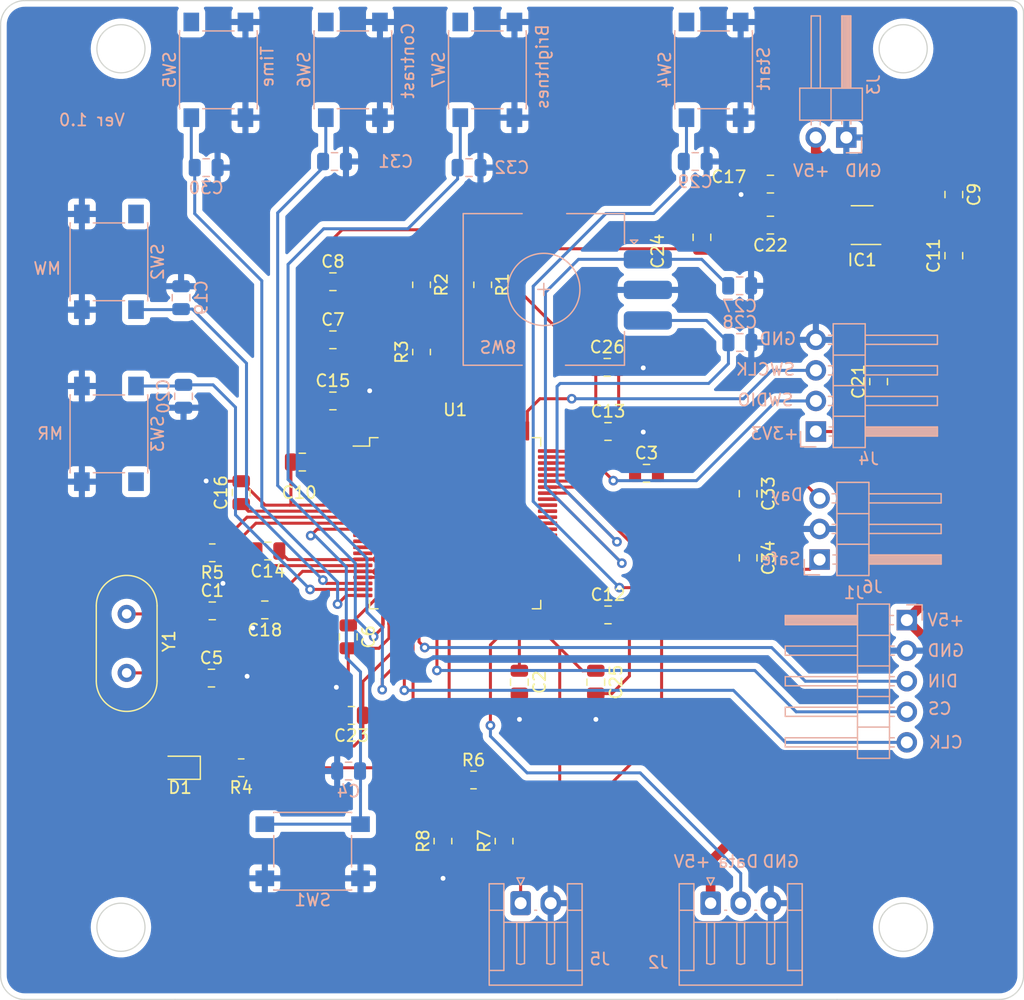
<source format=kicad_pcb>
(kicad_pcb (version 20211014) (generator pcbnew)
  (layers (0 "F.Cu" signal) (31 "B.Cu" signal) (34 "B.Paste" user) (35 "F.Paste" user) (36 "B.SilkS" user "B.Silkscreen") (37 "F.SilkS" user "F.Silkscreen") (38 "B.Mask" user) (39 "F.Mask" user) (44 "Edge.Cuts" user))
  (net 0 "")
  (net 1 "Net-(C1-Pad1)")
  (net 2 "GND")
  (net 3 "Net-(C2-Pad1)")
  (net 4 "Net-(C3-Pad1)")
  (net 5 "Net-(C4-Pad2)")
  (net 6 "Net-(C5-Pad1)")
  (net 7 "+3V3")
  (net 8 "+5V")
  (net 9 "/But_Rot_Left")
  (net 10 "/But_Rot_Right")
  (net 11 "/But_Start")
  (net 12 "/But_BRI")
  (net 13 "/But_CON")
  (net 14 "/But_TIM")
  (net 15 "/Switch_Daylight")
  (net 16 "/Switch_SafeLight")
  (net 17 "Net-(D1-Pad1)")
  (net 18 "/SWDIO")
  (net 19 "/SWDCLK")
  (net 20 "/Screen_DIN")
  (net 21 "/Screen_CS")
  (net 22 "/Screen_CLK")
  (net 23 "/LED_data")
  (net 24 "Net-(R1-Pad2)")
  (net 25 "Net-(R3-Pad1)")
  (net 26 "Net-(R5-Pad1)")
  (net 27 "/LED_test")
  (net 90 "Net-(C17-Pad1)")
  (net 91 "Net-(R6-Pad1)")
  (net 92 "Net-(R6-Pad2)")
  (net 93 "/But_MW")
  (net 94 "/But_MR")
  (footprint "Capacitor_SMD:C_0805_2012Metric" (layer "F.Cu") (at 143.891 94.869 -90)
    (fp_text reference "C6")
    (fp_text value "100p")
  )
  (footprint "Capacitor_SMD:C_0805_2012Metric" (layer "F.Cu") (at 142.613 65.361)
    (fp_text reference "C8")
    (fp_text value "100n")
  )
  (footprint "Capacitor_SMD:C_0805_2012Metric" (layer "F.Cu") (at 165.473 77.807)
    (fp_text reference "C13")
    (fp_text value "100n")
  )
  (footprint "Capacitor_SMD:C_0805_2012Metric" (layer "F.Cu") (at 132.588 92.71)
    (fp_text reference "C1")
    (fp_text value "18p")
  )
  (footprint "Capacitor_SMD:C_0805_2012Metric" (layer "F.Cu") (at 142.613 75.267)
    (fp_text reference "C15")
    (fp_text value "100n")
  )
  (footprint "Resistor_SMD:R_0805_2012Metric" (layer "F.Cu") (at 149.979 71.203 90)
    (fp_text reference "R3")
    (fp_text value "10k")
  )
  (footprint "Capacitor_SMD:C_0805_2012Metric" (layer "F.Cu") (at 142.613 70.187)
    (fp_text reference "C7")
    (fp_text value "1u")
  )
  (footprint "Capacitor_SMD:C_0805_2012Metric" (layer "F.Cu") (at 140.073 80.347 180)
    (fp_text reference "C10")
    (fp_text value "100n")
  )
  (footprint "Capacitor_SMD:C_0805_2012Metric" (layer "F.Cu") (at 165.473 93.047)
    (fp_text reference "C12")
    (fp_text value "100n")
  )
  (footprint "Capacitor_SMD:C_0805_2012Metric" (layer "F.Cu") (at 178.9684 60.6552 180)
    (fp_text reference "C22")
    (fp_text value "100n")
  )
  (footprint "Resistor_SMD:R_0805_2012Metric" (layer "F.Cu") (at 134.993 105.747 180)
    (fp_text reference "R4")
    (fp_text value "660")
  )
  (footprint "Capacitor_SMD:C_0805_2012Metric" (layer "F.Cu") (at 173.2788 61.6712 90)
    (fp_text reference "C24")
    (fp_text value "1u")
  )
  (footprint "Capacitor_SMD:C_0805_2012Metric" (layer "F.Cu") (at 144.1552 101.3968 180)
    (fp_text reference "C23")
    (fp_text value "100n")
  )
  (footprint "Capacitor_SMD:C_0805_2012Metric" (layer "F.Cu") (at 132.522 98.298)
    (fp_text reference "C5")
    (fp_text value "18p")
  )
  (footprint "Resistor_SMD:R_0805_2012Metric" (layer "F.Cu") (at 132.588 87.884 180)
    (fp_text reference "R5")
    (fp_text value "220")
  )
  (footprint "Capacitor_SMD:C_0805_2012Metric" (layer "F.Cu") (at 164.457 98.635 -90)
    (fp_text reference "C25")
    (fp_text value "100n")
  )
  (footprint "Capacitor_SMD:C_0805_2012Metric" (layer "F.Cu") (at 194.2084 58.1152 -90)
    (fp_text reference "C9")
    (fp_text value "1u")
  )
  (footprint "Capacitor_SMD:C_0805_2012Metric" (layer "F.Cu") (at 134.993 82.887 90)
    (fp_text reference "C16")
    (fp_text value "100f")
  )
  (footprint "Capacitor_SMD:C_0805_2012Metric" (layer "F.Cu") (at 158.107 98.635 -90)
    (fp_text reference "C2")
    (fp_text value "2.2u")
  )
  (footprint "Resistor_SMD:R_0805_2012Metric" (layer "F.Cu") (at 155.059 65.615 -90)
    (fp_text reference "R1")
    (fp_text value "0")
  )
  (footprint "Capacitor_SMD:C_0805_2012Metric" (layer "F.Cu") (at 136.9539 92.6288 180)
    (fp_text reference "C18")
    (fp_text value "100n")
  )
  (footprint "Capacitor_SMD:C_0805_2012Metric" (layer "F.Cu") (at 187.96 73.66 90)
    (fp_text reference "C21")
    (fp_text value "100n")
  )
  (footprint "Package_QFP:LQFP-100_14x14mm_P0.5mm" (layer "F.Cu") (at 152.773 85.427)
    (fp_text reference "U1")
    (fp_text value "STM32F407VETx")
  )
  (footprint "Resistor_SMD:R_0805_2012Metric" (layer "F.Cu") (at 156.837 111.843 90)
    (fp_text reference "R7")
    (fp_text value "0")
  )
  (footprint "Diode_SMD:D_0805_2012Metric" (layer "F.Cu") (at 129.913 105.747 180)
    (fp_text reference "D1")
    (fp_text value "LED")
  )
  (footprint "Capacitor_SMD:C_0805_2012Metric" (layer "F.Cu") (at 177.1172 82.9716 -90)
    (fp_text reference "C33")
    (fp_text value "100n")
  )
  (footprint "Capacitor_SMD:C_0805_2012Metric" (layer "F.Cu") (at 168.6712 81.28)
    (fp_text reference "C3")
    (fp_text value "2.2u")
  )
  (footprint "Crystal:Crystal_HC18-U_Vertical" (layer "F.Cu") (at 125.476 92.964 -90)
    (fp_text reference "Y1")
    (fp_text value "Crystal")
  )
  (footprint "Capacitor_SMD:C_0805_2012Metric" (layer "F.Cu") (at 137.2079 87.7368 180)
    (fp_text reference "C14")
    (fp_text value "1u")
  )
  (footprint "Resistor_SMD:R_0805_2012Metric" (layer "F.Cu") (at 151.757 111.843 90)
    (fp_text reference "R8")
    (fp_text value "0")
  )
  (footprint "Package_TO_SOT_SMD:SOT-23-5_HandSoldering" (layer "F.Cu") (at 186.5884 60.6552 180)
    (fp_text reference "IC1")
    (fp_text value "LD3985")
  )
  (footprint "Capacitor_SMD:C_0805_2012Metric" (layer "F.Cu") (at 165.407 72.473)
    (fp_text reference "C26")
    (fp_text value "10u")
  )
  (footprint "Resistor_SMD:R_0805_2012Metric" (layer "F.Cu") (at 154.297 106.763)
    (fp_text reference "R6")
    (fp_text value "10k")
  )
  (footprint "Capacitor_SMD:C_0805_2012Metric" (layer "F.Cu") (at 194.2084 63.1952 90)
    (fp_text reference "C11")
    (fp_text value "100n")
  )
  (footprint "Resistor_SMD:R_0805_2012Metric" (layer "F.Cu") (at 149.979 65.615 -90)
    (fp_text reference "R2")
    (fp_text value "0")
  )
  (footprint "Capacitor_SMD:C_0805_2012Metric" (layer "F.Cu") (at 178.9684 57.2516 180)
    (fp_text reference "C17")
    (fp_text value "10n")
  )
  (footprint "Capacitor_SMD:C_0805_2012Metric" (layer "F.Cu") (at 177.1172 88.3056 -90)
    (fp_text reference "C34")
    (fp_text value "100n")
  )
  (footprint "Button_Switch_SMD:SW_Push_1P1T_NO_6x6mm_H9.5mm" (layer "B.Cu") (at 174.244 47.752 -90)
    (fp_text reference "SW4")
    (fp_text value "But_Start")
  )
  (footprint "Capacitor_SMD:C_0805_2012Metric" (layer "B.Cu") (at 142.748 55.372)
    (fp_text reference "C31")
    (fp_text value "100n")
  )
  (footprint "Button_Switch_SMD:SW_Push_1P1T_NO_6x6mm_H9.5mm" (layer "B.Cu") (at 140.932 112.685)
    (fp_text reference "SW1")
    (fp_text value "Reset")
  )
  (footprint "Button_Switch_SMD:SW_Push_1P1T_NO_6x6mm_H9.5mm" (layer "B.Cu") (at 155.448 47.752 -90)
    (fp_text reference "SW7")
    (fp_text value "But_BRI")
  )
  (footprint "Capacitor_SMD:C_0805_2012Metric" (layer "B.Cu") (at 132.08 55.88)
    (fp_text reference "C30")
    (fp_text value "100n")
  )
  (footprint "Button_Switch_SMD:SW_Push_1P1T_NO_6x6mm_H9.5mm" (layer "B.Cu") (at 124.0028 78 90)
    (fp_text reference "SW3")
    (fp_text value "But_Mem_Read")
  )
  (footprint "Capacitor_SMD:C_0805_2012Metric" (layer "B.Cu") (at 176.4284 70.4088 180)
    (fp_text reference "C28")
    (fp_text value "100n")
  )
  (footprint "Button_Switch_SMD:SW_Push_1P1T_NO_6x6mm_H9.5mm" (layer "B.Cu") (at 144.272 47.752 -90)
    (fp_text reference "SW6")
    (fp_text value "But_CON")
  )
  (footprint "Connector_JST:JST_EH_S3B-EH_1x03_P2.50mm_Horizontal" (layer "B.Cu") (at 174 117)
    (fp_text reference "J2")
    (fp_text value "LED")
  )
  (footprint "Smd RotateEncoder:SMD_Encoder" (layer "B.Cu") (at 160.02 66.04)
    (fp_text reference "SW8")
    (fp_text value "RotaryEncoder")
  )
  (footprint "Connector_PinHeader_2.54mm:PinHeader_1x02_P2.54mm_Horizontal" (layer "B.Cu") (at 185.275 53.375 90)
    (fp_text reference "J3")
    (fp_text value "5V")
  )
  (footprint "Connector_PinHeader_2.54mm:PinHeader_1x03_P2.54mm_Horizontal" (layer "B.Cu") (at 183.0546 88.443)
    (fp_text reference "J6")
    (fp_text value "Switch_Light")
  )
  (footprint "Capacitor_SMD:C_0805_2012Metric" (layer "B.Cu") (at 143.9164 106.0196)
    (fp_text reference "C4")
    (fp_text value "100n")
  )
  (footprint "Connector_PinHeader_2.54mm:PinHeader_1x05_P2.54mm_Horizontal" (layer "B.Cu") (at 190.303 93.477 180)
    (fp_text reference "J1")
    (fp_text value "Screen")
  )
  (footprint "Capacitor_SMD:C_0805_2012Metric" (layer "B.Cu") (at 130.2004 74.8792 -90)
    (fp_text reference "C20")
    (fp_text value "100n")
  )
  (footprint "Capacitor_SMD:C_0805_2012Metric" (layer "B.Cu") (at 129.9972 66.6852 90)
    (fp_text reference "C19")
    (fp_text value "100n")
  )
  (footprint "Button_Switch_SMD:SW_Push_1P1T_NO_6x6mm_H9.5mm" (layer "B.Cu") (at 133.096 47.752 -90)
    (fp_text reference "SW5")
    (fp_text value "But_TIM")
  )
  (footprint "Capacitor_SMD:C_0805_2012Metric" (layer "B.Cu") (at 176.411 65.6994)
    (fp_text reference "C27")
    (fp_text value "100n")
  )
  (footprint "Capacitor_SMD:C_0805_2012Metric" (layer "B.Cu") (at 172.72 55.372)
    (fp_text reference "C29")
    (fp_text value "100n")
  )
  (footprint "Capacitor_SMD:C_0805_2012Metric" (layer "B.Cu") (at 153.924 55.88)
    (fp_text reference "C32")
    (fp_text value "100n")
  )
  (footprint "Button_Switch_SMD:SW_Push_1P1T_NO_6x6mm_H9.5mm" (layer "B.Cu") (at 124.0028 63.705 90)
    (fp_text reference "SW2")
    (fp_text value "But_Mem_Write")
  )
  (footprint "Connector_PinHeader_2.54mm:PinHeader_1x04_P2.54mm_Horizontal" (layer "B.Cu") (at 182.745 77.807)
    (fp_text reference "J4")
    (fp_text value "ST-Link")
  )
  (footprint "Connector_JST:JST_EH_S2B-EH_1x02_P2.50mm_Horizontal" (layer "B.Cu") (at 158.2112 117)
    (fp_text reference "J5")
    (fp_text value "Start")
  )
  (gr_line (start 198 125) (end 184.5 125) (layer "Edge.Cuts") (width 0.1))
  (gr_line (start 115 123) (end 115 44) (layer "Edge.Cuts") (width 0.1))
  (gr_arc (start 115 44) (mid 115.585786 42.585786) (end 117 42) (layer "Edge.Cuts") (width 0.1))
  (gr_line (start 129.5 125) (end 117 125) (layer "Edge.Cuts") (width 0.1))
  (gr_arc (start 117 125) (mid 115.585786 124.414214) (end 115 123) (layer "Edge.Cuts") (width 0.1))
  (gr_circle (center 190 119) (end 192 119) (layer "Edge.Cuts") (width 0.1) (fill none))
  (gr_circle (center 125 46) (end 127 46) (layer "Edge.Cuts") (width 0.1) (fill none))
  (gr_circle (center 125 119) (end 127 119) (layer "Edge.Cuts") (width 0.1) (fill none))
  (gr_circle (center 190 46) (end 192 46) (layer "Edge.Cuts") (width 0.1) (fill none))
  (gr_arc (start 199 42) (mid 199.707107 42.292893) (end 200 43) (layer "Edge.Cuts") (width 0.1))
  (gr_arc (start 200 123) (mid 199.414214 124.414214) (end 198 125) (layer "Edge.Cuts") (width 0.1))
  (gr_line (start 117 42) (end 199 42) (layer "Edge.Cuts") (width 0.1))
  (gr_line (start 184.5 125) (end 129.5 125) (layer "Edge.Cuts") (width 0.1))
  (gr_line (start 200 43) (end 200 123) (layer "Edge.Cuts") (width 0.1))
  (gr_text "+5V" (at 172.466 113.538) (layer "B.SilkS") (effects (font (size 1 1)) (justify mirror)))
  (gr_text "SWCLK" (at 178.562 72.644) (layer "B.SilkS") (effects (font (size 1 1)) (justify mirror)))
  (gr_text "Data" (at 176.276 113.538) (layer "B.SilkS") (effects (font (size 1 1)) (justify mirror)))
  (gr_text "Ver 1.0" (at 122.5804 51.9176) (layer "B.SilkS") (effects (font (size 1 1)) (justify mirror)))
  (gr_text "Contrast" (at 148.844 46.99 90) (layer "B.SilkS") (effects (font (size 1 1)) (justify mirror)))
  (gr_text "+5V" (at 182.372 56.134) (layer "B.SilkS") (effects (font (size 1 1)) (justify mirror)))
  (gr_text "GND" (at 179.832 113.538) (layer "B.SilkS") (effects (font (size 1 1)) (justify mirror)))
  (gr_text "SWDIO" (at 178.562 75.184) (layer "B.SilkS") (effects (font (size 1 1)) (justify mirror)))
  (gr_text "Brightnes" (at 160.02 47.498 90) (layer "B.SilkS") (effects (font (size 1 1)) (justify mirror)))
  (gr_text "CLK" (at 193.548 103.632) (layer "B.SilkS") (effects (font (size 1 1)) (justify mirror)))
  (gr_text "MW" (at 118.872 64.262) (layer "B.SilkS") (effects (font (size 1 1)) (justify mirror)))
  (gr_text "GND" (at 179.578 70.104) (layer "B.SilkS") (effects (font (size 1 1)) (justify mirror)))
  (gr_text "DIN" (at 193.294 98.552) (layer "B.SilkS") (effects (font (size 1 1)) (justify mirror)))
  (gr_text "+5V" (at 193.548 93.472) (layer "B.SilkS") (effects (font (size 1 1)) (justify mirror)))
  (gr_text "+3V3" (at 179.324 77.978) (layer "B.SilkS") (effects (font (size 1 1)) (justify mirror)))
  (gr_text "Start" (at 178.4096 47.6504 90) (layer "B.SilkS") (effects (font (size 1 1)) (justify mirror)))
  (gr_text "CS" (at 193.04 100.838) (layer "B.SilkS") (effects (font (size 1 1)) (justify mirror)))
  (gr_text "Safe" (at 179.832 88.392) (layer "B.SilkS") (effects (font (size 1 1)) (justify mirror)))
  (gr_text "MR" (at 119.126 77.978) (layer "B.SilkS") (effects (font (size 1 1)) (justify mirror)))
  (gr_text "Day" (at 180.34 83.058) (layer "B.SilkS") (effects (font (size 1 1)) (justify mirror)))
  (gr_text "Time" (at 137.16 47.498 90) (layer "B.SilkS") (effects (font (size 1 1)) (justify mirror)))
  (gr_text "GND" (at 193.548 96.012) (layer "B.SilkS") (effects (font (size 1 1)) (justify mirror)))
  (gr_text "GND" (at 186.69 56.134) (layer "B.SilkS") (effects (font (size 1 1)) (justify mirror)))
  (segment locked (start 125.476 92.964) (end 131.384 92.964) (width 0.25) (layer "F.Cu") (net 1))
  (segment locked (start 131.6755 87.884) (end 131.6755 92.6725) (width 0.25) (layer "F.Cu") (net 1))
  (segment locked (start 131.6755 92.6725) (end 131.638 92.71) (width 0.25) (layer "F.Cu") (net 1))
  (segment locked (start 131.384 92.964) (end 131.638 92.71) (width 0.25) (layer "F.Cu") (net 1))
  (segment (start 145.0742 88.9508) (end 145.098 88.927) (width 0.25) (layer "F.Cu") (net 2))
  (segment (start 145.653006 75.267) (end 147.273 76.886994) (width 0.25) (layer "F.Cu") (net 2))
  (segment (start 177.1172 86.0196) (end 177.1172 87.3556) (width 0.25) (layer "F.Cu") (net 2))
  (segment (start 187.9384 60.6552) (end 182.0672 60.6552) (width 0.25) (layer "F.Cu") (net 2))
  (segment (start 134.993 81.937) (end 136.983 83.927) (width 0.25) (layer "F.Cu") (net 2))
  (segment (start 164.457 101.719) (end 164.465 101.727) (width 0.25) (layer "F.Cu") (net 2))
  (segment (start 146.445 95.819) (end 147.273 94.991) (width 0.25) (layer "F.Cu") (net 2))
  (segment (start 134.993 81.937) (end 132.102 81.937) (width 0.25) (layer "F.Cu") (net 2))
  (segment (start 147.273 94.991) (end 147.273 93.102) (width 0.25) (layer "F.Cu") (net 2))
  (segment (start 143.891 95.819) (end 146.445 95.819) (width 0.25) (layer "F.Cu") (net 2))
  (segment (start 182.745 70.187) (end 185.437 70.187) (width 0.25) (layer "F.Cu") (net 2))
  (segment (start 160.448 79.927) (end 164.303 79.927) (width 0.25) (layer "F.Cu") (net 2))
  (segment (start 151.757 112.7555) (end 151.757 114.927) (width 0.25) (layer "F.Cu") (net 2))
  (segment (start 133.538 92.71) (end 133.538 90.485) (width 0.25) (layer "F.Cu") (net 2))
  (segment (start 139.033 83.927) (end 145.098 83.927) (width 0.25) (layer "F.Cu") (net 2))
  (segment (start 178.0184 58.8924) (end 178.0184 60.6552) (width 0.25) (layer "F.Cu") (net 2))
  (segment (start 178.0184 57.2516) (end 178.0184 58.6384) (width 0.25) (layer "F.Cu") (net 2))
  (segment (start 136.0039 92.6288) (end 136.0039 94.0728) (width 0.25) (layer "F.Cu") (net 2))
  (segment (start 177.1172 83.9216) (end 177.1172 86.0196) (width 0.25) (layer "F.Cu") (net 2))
  (segment (start 145.653006 75.267) (end 145.653006 74.437994) (width 0.25) (layer "F.Cu") (net 2))
  (segment locked (start 133.538 98.232) (end 133.472 98.298) (width 0.25) (layer "F.Cu") (net 2))
  (segment (start 145.653006 74.437994) (end 145.669 74.422) (width 0.25) (layer "F.Cu") (net 2))
  (segment (start 139.123 80.347) (end 139.123 83.837) (width 0.25) (layer "F.Cu") (net 2))
  (segment (start 178.0184 58.1152) (end 178.0184 58.6384) (width 0.25) (layer "F.Cu") (net 2))
  (segment (start 166.423 77.807) (end 168.358 77.807) (width 0.25) (layer "F.Cu") (net 2))
  (segment (start 158.107 99.585) (end 158.107 101.719) (width 0.25) (layer "F.Cu") (net 2))
  (segment (start 143.891 95.819) (end 143.891 97.79) (width 0.25) (layer "F.Cu") (net 2))
  (segment (start 133.538 98.232) (end 135.3972 98.232) (width 0.25) (layer "F.Cu") (net 2))
  (segment (start 158.107 101.719) (end 158.115 101.727) (width 0.25) (layer "F.Cu") (net 2))
  (segment (start 169.6212 79.0702) (end 168.402 77.851) (width 0.25) (layer "F.Cu") (net 2))
  (segment (start 137.4719 88.9508) (end 145.0742 88.9508) (width 0.25) (layer "F.Cu") (net 2))
  (segment (start 147.273 76.886994) (end 147.273 77.752) (width 0.25) (layer "F.Cu") (net 2))
  (segment (start 143.563 70.187) (end 143.563 75.267) (width 0.25) (layer "F.Cu") (net 2))
  (segment (start 182.0672 60.6552) (end 180.3044 58.8924) (width 0.25) (layer "F.Cu") (net 2))
  (segment (start 169.6212 81.28) (end 169.6212 79.0702) (width 0.25) (layer "F.Cu") (net 2))
  (segment (start 143.563 75.267) (end 145.653006 75.267) (width 0.25) (layer "F.Cu") (net 2))
  (segment (start 164.457 99.585) (end 164.457 101.719) (width 0.25) (layer "F.Cu") (net 2))
  (segment (start 137.4719 88.9508) (end 136.2579 87.7368) (width 0.25) (layer "F.Cu") (net 2))
  (segment (start 144.2215 64.7025) (end 149.979 64.7025) (width 0.25) (layer "F.Cu") (net 2))
  (segment (start 185.437 70.187) (end 187.96 72.71) (width 0.25) (layer "F.Cu") (net 2))
  (segment (start 173.2788 60.7212) (end 177.9524 60.7212) (width 0.25) (layer "F.Cu") (net 2))
  (segment (start 151.757 114.927) (end 151.765 114.935) (width 0.25) (layer "F.Cu") (net 2))
  (segment (start 187.9384 60.6552) (end 192.6184 60.6552) (width 0.25) (layer "F.Cu") (net 2))
  (segment (start 167.251 93.875) (end 167.251 98.127) (width 0.25) (layer "F.Cu") (net 2))
  (segment (start 136.0039 92.6288) (end 136.0039 90.4188) (width 0.25) (layer "F.Cu") (net 2))
  (segment (start 143.891 98.0694) (end 142.9004 99.06) (width 0.25) (layer "F.Cu") (net 2))
  (segment (start 178.0184 58.1152) (end 176.53 58.1152) (width 0.25) (layer "F.Cu") (net 2))
  (segment (start 136.983 83.927) (end 139.033 83.927) (width 0.25) (layer "F.Cu") (net 2))
  (segment (start 166.357 72.473) (end 166.357 77.741) (width 0.25) (layer "F.Cu") (net 2))
  (segment (start 132.102 81.937) (end 132.08 81.915) (width 0.25) (layer "F.Cu") (net 2))
  (segment (start 136.0039 90.4188) (end 137.4719 88.9508) (width 0.25) (layer "F.Cu") (net 2))
  (segment (start 194.2084 62.2452) (end 192.6184 60.6552) (width 0.25) (layer "F.Cu") (net 2))
  (segment (start 143.563 65.361) (end 143.563 70.187) (width 0.25) (layer "F.Cu") (net 2))
  (segment (start 165.793 99.585) (end 164.457 99.585) (width 0.25) (layer "F.Cu") (net 2))
  (segment (start 143.2052 101.3968) (end 143.2052 99.3648) (width 0.25) (layer "F.Cu") (net 2))
  (segment (start 168.358 72.473) (end 168.402 72.517) (width 0.25) (layer "F.Cu") (net 2))
  (segment (start 139.123 83.837) (end 139.033 83.927) (width 0.25) (layer "F.Cu") (net 2))
  (segment (start 180.3044 58.8924) (end 178.0184 58.8924) (width 0.25) (layer "F.Cu") (net 2))
  (segment (start 166.357 77.741) (end 166.423 77.807) (width 0.25) (layer "F.Cu") (net 2))
  (segment (start 143.891 97.79) (end 143.891 98.0694) (width 0.25) (layer "F.Cu") (net 2))
  (segment (start 183.0546 85.903) (end 177.2338 85.903) (width 0.25) (layer "F.Cu") (net 2))
  (segment (start 133.538 90.485) (end 133.477 90.424) (width 0.25) (layer "F.Cu") (net 2))
  (segment (start 192.6184 60.6552) (end 194.2084 59.0652) (width 0.25) (layer "F.Cu") (net 2))
  (segment (start 166.357 72.473) (end 168.358 72.473) (width 0.25) (layer "F.Cu") (net 2))
  (segment (start 178.0184 58.6384) (end 178.0184 58.8924) (width 0.25) (layer "F.Cu") (net 2))
  (segment (start 167.251 98.127) (end 165.793 99.585) (width 0.25) (layer "F.Cu") (net 2))
  (segment (start 135.3972 98.232) (end 135.4836 98.1456) (width 0.25) (layer "F.Cu") (net 2))
  (segment (start 143.563 65.361) (end 144.2215 64.7025) (width 0.25) (layer "F.Cu") (net 2))
  (segment (start 143.2052 99.3648) (end 142.9004 99.06) (width 0.25) (layer "F.Cu") (net 2))
  (segment (start 168.358 77.807) (end 168.402 77.851) (width 0.25) (layer "F.Cu") (net 2))
  (segment (start 177.9524 60.7212) (end 178.0184 60.6552) (width 0.25) (layer "F.Cu") (net 2))
  (segment (start 166.423 93.047) (end 167.251 93.875) (width 0.25) (layer "F.Cu") (net 2))
  (segment (start 136.0039 94.0728) (end 135.9459 94.1308) (width 0.25) (layer "F.Cu") (net 2))
  (segment (start 164.303 79.927) (end 166.423 77.807) (width 0.25) (layer "F.Cu") (net 2))
  (via (at 135.9459 94.1308) (size 0.8) (drill 0.4) (layers "F.Cu" "B.Cu") (net 2))
  (via (at 133.477 90.424) (size 0.8) (drill 0.4) (layers "F.Cu" "B.Cu") (net 2))
  (via (at 168.402 72.517) (size 0.8) (drill 0.4) (layers "F.Cu" "B.Cu") (net 2))
  (via (at 168.402 77.851) (size 0.8) (drill 0.4) (layers "F.Cu" "B.Cu") (net 2))
  (via (at 135.4836 98.1456) (size 0.8) (drill 0.4) (layers "F.Cu" "B.Cu") (net 2))
  (via (at 145.669 74.422) (size 0.8) (drill 0.4) (layers "F.Cu" "B.Cu") (net 2))
  (via (at 142.9004 99.06) (size 0.8) (drill 0.4) (layers "F.Cu" "B.Cu") (net 2))
  (via (at 151.765 114.935) (size 0.8) (drill 0.4) (layers "F.Cu" "B.Cu") (net 2))
  (via (at 158.115 101.727) (size 0.8) (drill 0.4) (layers "F.Cu" "B.Cu") (net 2))
  (via (at 176.53 58.1152) (size 0.8) (drill 0.4) (layers "F.Cu" "B.Cu") (net 2))
  (via (at 132.08 81.915) (size 0.8) (drill 0.4) (layers "F.Cu" "B.Cu") (net 2))
  (via (at 164.465 101.727) (size 0.8) (drill 0.4) (layers "F.Cu" "B.Cu") (net 2))
  (segment (start 144.907 114.935) (end 136.957 114.935) (width 0.25) (layer "B.Cu") (net 2))
  (segment (start 158.107 94.571) (end 158.273 94.405) (width 0.25) (layer "F.Cu") (net 3))
  (segment (start 158.273 94.405) (end 158.273 93.102) (width 0.25) (layer "F.Cu") (net 3))
  (segment (start 158.107 97.685) (end 158.107 94.571) (width 0.25) (layer "F.Cu") (net 3))
  (segment (start 166.8682 80.427) (end 167.7212 81.28) (width 0.25) (layer "F.Cu") (net 4))
  (segment (start 160.448 80.427) (end 166.8682 80.427) (width 0.25) (layer "F.Cu") (net 4))
  (segment (start 140.7668 86.4616) (end 141.3014 85.927) (width 0.25) (layer "F.Cu") (net 5))
  (segment (start 141.3014 85.927) (end 145.098 85.927) (width 0.25) (layer "F.Cu") (net 5))
  (via (at 140.7668 86.4616) (size 0.8) (drill 0.4) (layers "F.Cu" "B.Cu") (net 5))
  (segment (start 141.224 86.5632) (end 141.1224 86.4616) (width 0.25) (layer "B.Cu") (net 5))
  (segment (start 144.907 110.435) (end 144.907 97.781386) (width 0.25) (layer "B.Cu") (net 5))
  (segment (start 143.726511 96.600897) (end 143.726511 89.065711) (width 0.25) (layer "B.Cu") (net 5))
  (segment (start 144.907 110.435) (end 136.957 110.435) (width 0.25) (layer "B.Cu") (net 5))
  (segment (start 141.1224 86.4616) (end 140.7668 86.4616) (width 0.25) (layer "B.Cu") (net 5))
  (segment (start 143.726511 89.065711) (end 141.224 86.5632) (width 0.25) (layer "B.Cu") (net 5))
  (segment (start 144.907 97.781386) (end 143.726511 96.600897) (width 0.25) (layer "B.Cu") (net 5))
  (segment (start 134.8232 86.8172) (end 136.2134 85.427) (width 0.25) (layer "F.Cu") (net 6))
  (segment locked (start 125.476 97.864) (end 131.138 97.864) (width 0.25) (layer "F.Cu") (net 6))
  (segment (start 131.572 98.298) (end 134.8232 95.0468) (width 0.25) (layer "F.Cu") (net 6))
  (segment locked (start 131.138 97.864) (end 131.572 98.298) (width 0.25) (layer "F.Cu") (net 6))
  (segment (start 134.8232 95.0468) (end 134.8232 86.8172) (width 0.25) (layer "F.Cu") (net 6))
  (segment (start 136.2134 85.427) (end 145.098 85.427) (width 0.25) (layer "F.Cu") (net 6))
  (segment (start 135.583 84.427) (end 145.098 84.427) (width 0.25) (layer "F.Cu") (net 7))
  (segment (start 189.567 77.807) (end 190.754 76.62) (width 0.25) (layer "F.Cu") (net 7))
  (segment (start 144.3736 103.9368) (end 145.1052 103.2052) (width 0.25) (layer "F.Cu") (net 7))
  (segment (start 158.828 93.047) (end 158.773 93.102) (width 0.25) (layer "F.Cu") (net 7))
  (segment (start 145.963006 84.427) (end 146.22252 84.686514) (width 0.25) (layer "F.Cu") (net 7))
  (segment (start 145.1052 98.5824) (end 147.7772 95.9104) (width 0.25) (layer "F.Cu") (net 7))
  (segment (start 141.597 62.821) (end 141.597 65.295) (width 0.25) (layer "F.Cu") (net 7))
  (segment (start 141.663 75.267) (end 144.148 77.752) (width 0.25) (layer "F.Cu") (net 7))
  (segment (start 173.2788 62.6212) (end 155.2588 62.6212) (width 0.25) (layer "F.Cu") (net 7))
  (segment (start 146.4166 89.927) (end 146.8628 90.3732) (width 0.25) (layer "F.Cu") (net 7))
  (segment (start 157.925206 91.3892) (end 158.773 92.236994) (width 0.25) (layer "F.Cu") (net 7))
  (segment (start 182.745 77.807) (end 189.567 77.807) (width 0.25) (layer "F.Cu") (net 7))
  (segment (start 142.603 81.927) (end 145.098 81.927) (width 0.25) (layer "F.Cu") (net 7))
  (segment (start 145.098 84.427) (end 145.963006 84.427) (width 0.25) (layer "F.Cu") (net 7))
  (segment (start 147.7772 93.1062) (end 147.773 93.102) (width 0.25) (layer "F.Cu") (net 7))
  (segment (start 141.4272 103.9368) (end 144.3736 103.9368) (width 0.25) (layer "F.Cu") (net 7))
  (segment (start 164.523 77.807) (end 162.87752 79.45248) (width 0.25) (layer "F.Cu") (net 7))
  (segment (start 185.2384 61.6052) (end 183.1336 61.6052) (width 0.25) (layer "F.Cu") (net 7))
  (segment (start 143.971006 93.919) (end 143.891 93.919) (width 0.25) (layer "F.Cu") (net 7))
  (segment (start 179.9184 60.6552) (end 177.9524 62.6212) (width 0.25) (layer "F.Cu") (net 7))
  (segment (start 145.098 89.927) (end 146.4166 89.927) (width 0.25) (layer "F.Cu") (net 7))
  (segment (start 141.597 65.295) (end 141.663 65.361) (width 0.25) (layer "F.Cu") (net 7))
  (segment (start 162.87752 79.45248) (end 160.47348 79.45248) (width 0.25) (layer "F.Cu") (net 7))
  (segment (start 140.0897 89.427) (end 137.9039 91.6128) (width 0.25) (layer "F.Cu") (net 7))
  (segment (start 187.96 74.61) (end 187.96 76.082) (width 0.25) (layer "F.Cu") (net 7))
  (segment (start 177.9524 62.6212) (end 173.2788 62.6212) (width 0.25) (layer "F.Cu") (net 7))
  (segment (start 146.22252 88.686514) (end 146.22252 89.18348) (width 0.25) (layer "F.Cu") (net 7))
  (segment (start 156.6865 64.7025) (end 164.457 72.473) (width 0.25) (layer "F.Cu") (net 7))
  (segment (start 146.22252 84.686514) (end 146.22252 88.167486) (width 0.25) (layer "F.Cu") (net 7))
  (segment (start 187.96 76.082) (end 186.235 77.807) (width 0.25) (layer "F.Cu") (net 7))
  (segment (start 158.773 92.236994) (end 158.773 93.102) (width 0.25) (layer "F.Cu") (net 7))
  (segment (start 141.553 80.347) (end 144.148 77.752) (width 0.25) (layer "F.Cu") (net 7))
  (segment (start 146.22252 89.18348) (end 145.979 89.427) (width 0.25) (layer "F.Cu") (net 7))
  (segment (start 190.754 71.4756) (end 190.6016 71.3232) (width 0.25) (layer "F.Cu") (net 7))
  (segment (start 145.098 81.927) (end 145.963006 81.927) (width 0.25) (layer "F.Cu") (net 7))
  (segment (start 148.321206 91.3892) (end 157.925206 91.3892) (width 0.25) (layer "F.Cu") (net 7))
  (segment (start 163.356 97.685) (end 164.457 97.685) (width 0.25) (layer "F.Cu") (net 7))
  (segment (start 139.6814 102.191) (end 141.4272 103.9368) (width 0.25) (layer "F.Cu") (net 7))
  (segment (start 138.1579 87.7368) (end 138.8719 88.4508) (width 0.25) (layer "F.Cu") (net 7))
  (segment (start 138.8719 88.4508) (end 145.0742 88.4508) (width 0.25) (layer "F.Cu") (net 7))
  (segment (start 155.059 62.821) (end 153.281 61.043) (width 0.25) (layer "F.Cu") (net 7))
  (segment (start 145.963006 81.927) (end 146.22252 82.186514) (width 0.25) (layer "F.Cu") (net 7))
  (segment (start 146.8628 90.3732) (end 146.8628 91.027206) (width 0.25) (layer "F.Cu") (net 7))
  (segment (start 137.9039 91.6128) (end 137.9039 92.6288) (width 0.25) (layer "F.Cu") (net 7))
  (segment (start 145.979 89.427) (end 145.979 89.4894) (width 0.25) (layer "F.Cu") (net 7))
  (segment (start 164.457 72.473) (end 164.457 77.741) (width 0.25) (layer "F.Cu") (net 7))
  (segment (start 128.9755 103.3825) (end 130.167 102.191) (width 0.25) (layer "F.Cu") (net 7))
  (segment (start 141.023 80.347) (end 142.603 81.927) (width 0.25) (layer "F.Cu") (net 7))
  (segment (start 164.523 93.047) (end 158.828 93.047) (width 0.25) (layer "F.Cu") (net 7))
  (segment (start 128.9755 105.747) (end 128.9755 103.3825) (width 0.25) (layer "F.Cu") (net 7))
  (segment (start 141.663 65.361) (end 141.663 70.187) (width 0.25) (layer "F.Cu") (net 7))
  (segment (start 146.163984 84.427) (end 145.098 84.427) (width 0.25) (layer "F.Cu") (net 7))
  (segment (start 161.4605 108.132) (end 161.4605 95.7895) (width 0.25) (layer "F.Cu") (net 7))
  (segment (start 155.2588 62.6212) (end 155.059 62.821) (width 0.25) (layer "F.Cu") (net 7))
  (segment (start 141.663 70.187) (end 141.663 75.267) (width 0.25) (layer "F.Cu") (net 7))
  (segment (start 183.1336 63.8552) (end 190.6016 71.3232) (width 0.25) (layer "F.Cu") (net 7))
  (segment (start 144.148 77.752) (end 146.773 77.752) (width 0.25) (layer "F.Cu") (net 7))
  (segment (start 155.059 64.7025) (end 156.6865 64.7025) (width 0.25) (layer "F.Cu") (net 7))
  (segment (start 145.1052 103.2052) (end 145.1052 101.3968) (width 0.25) (layer "F.Cu") (net 7))
  (segment (start 141.023 80.347) (end 141.553 80.347) (width 0.25) (layer "F.Cu") (net 7))
  (segment (start 156.837 112.7555) (end 161.4605 108.132) (width 0.25) (layer "F.Cu") (net 7))
  (segment (start 147.7772 95.9104) (end 147.7772 93.1062) (width 0.25) (layer "F.Cu") (net 7))
  (segment (start 130.167 102.191) (end 139.6814 102.191) (width 0.25) (layer "F.Cu") (net 7))
  (segment (start 147.773 91.937406) (end 148.321206 91.3892) (width 0.25) (layer "F.Cu") (net 7))
  (segment (start 145.963006 88.427) (end 145.098 88.427) (width 0.25) (layer "F.Cu") (net 7))
  (segment (start 164.457 77.741) (end 164.523 77.807) (width 0.25) (layer "F.Cu") (net 7))
  (segment (start 146.8628 91.027206) (end 143.971006 93.919) (width 0.25) (layer "F.Cu") (net 7))
  (segment (start 190.754 76.62) (end 190.754 71.4756) (width 0.25) (layer "F.Cu") (net 7))
  (segment (start 153.281 61.043) (end 143.375 61.043) (width 0.25) (layer "F.Cu") (net 7))
  (segment (start 145.979 89.427) (end 145.098 89.427) (width 0.25) (layer "F.Cu") (net 7))
  (segment (start 143.375 61.043) (end 141.597 62.821) (width 0.25) (layer "F.Cu") (net 7))
  (segment (start 134.993 83.837) (end 135.583 84.427) (width 0.25) (layer "F.Cu") (net 7))
  (segment (start 160.47348 79.45248) (end 160.448 79.427) (width 0.25) (layer "F.Cu") (net 7))
  (segment (start 183.1336 61.6052) (end 183.1336 63.8552) (width 0.25) (layer "F.Cu") (net 7))
  (segment (start 145.979 89.4894) (end 146.4166 89.927) (width 0.25) (layer "F.Cu") (net 7))
  (segment (start 186.235 77.807) (end 182.745 77.807) (width 0.25) (layer "F.Cu") (net 7))
  (segment (start 147.773 91.937406) (end 146.8628 91.027206) (width 0.25) (layer "F.Cu") (net 7))
  (segment (start 161.4605 95.7895) (end 163.356 97.685) (width 0.25) (layer "F.Cu") (net 7))
  (segment (start 146.22252 88.167486) (end 145.963006 88.427) (width 0.25) (layer "F.Cu") (net 7))
  (segment (start 145.1052 101.3968) (end 145.1052 98.5824) (width 0.25) (layer "F.Cu") (net 7))
  (segment (start 158.773 93.102) (end 161.4605 95.7895) (width 0.25) (layer "F.Cu") (net 7))
  (segment (start 183.1336 61.6052) (end 180.8684 61.6052) (width 0.25) (layer "F.Cu") (net 7))
  (segment (start 146.22252 82.186514) (end 146.22252 84.368464) (width 0.25) (layer "F.Cu") (net 7))
  (segment (start 145.0742 88.4508) (end 145.098 88.427) (width 0.25) (layer "F.Cu") (net 7))
  (segment (start 147.773 93.102) (end 147.773 91.937406) (width 0.25) (layer "F.Cu") (net 7))
  (segment (start 155.059 64.7025) (end 155.059 62.821) (width 0.25) (layer "F.Cu") (net 7))
  (segment (start 180.8684 61.6052) (end 179.9184 60.6552) (width 0.25) (layer "F.Cu") (net 7))
  (segment (start 145.963006 88.427) (end 146.22252 88.686514) (width 0.25) (layer "F.Cu") (net 7))
  (segment (start 146.22252 84.368464) (end 146.163984 84.427) (width 0.25) (layer "F.Cu") (net 7))
  (segment (start 145.098 89.427) (end 140.0897 89.427) (width 0.25) (layer "F.Cu") (net 7))
  (segment (start 196.5604 57.1652) (end 194.2084 57.1652) (width 0.8) (layer "F.Cu") (net 8))
  (segment (start 187.9384 61.6052) (end 190.4784 64.1452) (width 0.8) (layer "F.Cu") (net 8))
  (segment (start 194.234802 64.1452) (end 194.300802 64.2112) (width 0.8) (layer "F.Cu") (net 8))
  (segment (start 174 113.528) (end 174 117) (width 0.8) (layer "F.Cu") (net 8))
  (segment (start 187.863119 59.7052) (end 187.9384 59.7052) (width 0.8) (layer "F.Cu") (net 8))
  (segment (start 193.667 90.113) (end 190.303 93.477) (width 0.8) (layer "F.Cu") (net 8))
  (segment (start 197.0024 64.2112) (end 197.0024 57.6072) (width 0.8) (layer "F.Cu") (net 8))
  (segment (start 193.667 90.113) (end 193.667 67.3338) (width 0.8) (layer "F.Cu") (net 8))
  (segment (start 194.2084 64.1452) (end 194.234802 64.1452) (width 0.8) (layer "F.Cu") (net 8))
  (segment (start 194.691 110.744) (end 197.231 108.204) (width 0.8) (layer "F.Cu") (net 8))
  (segment (start 197.231 108.204) (end 197.231 100.405) (width 0.8) (layer "F.Cu") (net 8))
  (segment (start 191.4004 57.1652) (end 194.2084 57.1652) (width 0.8) (layer "F.Cu") (net 8))
  (segment (start 176.784 110.744) (end 194.691 110.744) (width 0.8) (layer "F.Cu") (net 8))
  (segment (start 182.735 53.375) (end 182.735 54.577081) (width 0.8) (layer "F.Cu") (net 8))
  (segment (start 197.231 100.405) (end 190.303 93.477) (width 0.8) (layer "F.Cu") (net 8))
  (segment (start 193.667 67.3338) (end 190.4784 64.1452) (width 0.8) (layer "F.Cu") (net 8))
  (segment (start 174 113.528) (end 176.784 110.744) (width 0.8) (layer "F.Cu") (net 8))
  (segment (start 190.4784 57.1652) (end 191.4004 57.1652) (width 0.8) (layer "F.Cu") (net 8))
  (segment (start 197.0024 57.6072) (end 196.5604 57.1652) (width 0.8) (layer "F.Cu") (net 8))
  (segment (start 182.735 54.577081) (end 187.863119 59.7052) (width 0.8) (layer "F.Cu") (net 8))
  (segment (start 187.9384 59.7052) (end 190.4784 57.1652) (width 0.8) (layer "F.Cu") (net 8))
  (segment (start 190.4784 64.1452) (end 194.2084 64.1452) (width 0.8) (layer "F.Cu") (net 8))
  (segment (start 194.300802 64.2112) (end 197.0024 64.2112) (width 0.8) (layer "F.Cu") (net 8))
  (segment (start 166.624 88.737994) (end 166.624 88.7476) (width 0.25) (layer "F.Cu") (net 9))
  (segment (start 160.448 83.427) (end 161.313006 83.427) (width 0.25) (layer "F.Cu") (net 9))
  (segment (start 161.313006 83.427) (end 166.624 88.737994) (width 0.25) (layer "F.Cu") (net 9))
  (via (at 166.624 88.7476) (size 0.8) (drill 0.4) (layers "F.Cu" "B.Cu") (net 9))
  (segment (start 166.624 88.7476) (end 160.274 82.3976) (width 0.25) (layer "B.Cu") (net 9))
  (segment (start 160.274 66.2432) (end 163.0172 63.5) (width 0.25) (layer "B.Cu") (net 9))
  (segment (start 160.274 82.3976) (end 160.274 66.2432) (width 0.25) (layer "B.Cu") (net 9))
  (segment (start 173.2616 63.5) (end 175.461 65.6994) (width 0.25) (layer "B.Cu") (net 9))
  (segment (start 168.783 63.5) (end 173.2616 63.5) (width 0.25) (layer "B.Cu") (net 9))
  (segment (start 163.0172 63.5) (end 168.783 63.5) (width 0.25) (layer "B.Cu") (net 9))
  (segment (start 162.175 82.927) (end 166.2176 86.9696) (width 0.25) (layer "F.Cu") (net 10))
  (segment (start 160.448 82.927) (end 162.175 82.927) (width 0.25) (layer "F.Cu") (net 10))
  (via (at 166.2176 86.9696) (size 0.8) (drill 0.4) (layers "F.Cu" "B.Cu") (net 10))
  (segment (start 173.6496 68.58) (end 175.4784 70.4088) (width 0.25) (layer "B.Cu") (net 10))
  (segment (start 161.4932 73.8124) (end 173.8376 73.8124) (width 0.25) (layer "B.Cu") (net 10))
  (segment (start 166.2176 86.9696) (end 161.2392 81.9912) (width 0.25) (layer "B.Cu") (net 10))
  (segment (start 161.2392 74.0664) (end 161.4932 73.8124) (width 0.25) (layer "B.Cu") (net 10))
  (segment (start 175.4784 70.4088) (end 175.4784 72.1716) (width 0.25) (layer "B.Cu") (net 10))
  (segment (start 168.783 68.58) (end 173.6496 68.58) (width 0.25) (layer "B.Cu") (net 10))
  (segment (start 161.2392 81.9912) (end 161.2392 74.0664) (width 0.25) (layer "B.Cu") (net 10))
  (segment (start 175.4784 72.1716) (end 173.8376 73.8124) (width 0.25) (layer "B.Cu") (net 10))
  (segment (start 162.7418 82.427) (end 169.926 89.6112) (width 0.25) (layer "F.Cu") (net 11))
  (segment (start 169.926 89.6112) (end 169.926 90.8304) (width 0.25) (layer "F.Cu") (net 11))
  (segment (start 158.2112 117) (end 158.2112 114.5848) (width 0.25) (layer "F.Cu") (net 11))
  (segment (start 169.8752 90.7796) (end 169.926 90.8304) (width 0.25) (layer "F.Cu") (net 11))
  (segment (start 166.4208 90.7796) (end 169.8752 90.7796) (width 0.25) (layer "F.Cu") (net 11))
  (segment (start 160.448 82.427) (end 162.7418 82.427) (width 0.25) (layer "F.Cu") (net 11))
  (segment (start 169.926 90.8304) (end 169.926 102.87) (width 0.25) (layer "F.Cu") (net 11))
  (segment (start 158.2112 114.5848) (end 169.926 102.87) (width 0.25) (layer "F.Cu") (net 11))
  (via (at 166.4208 90.7796) (size 0.8) (drill 0.4) (layers "F.Cu" "B.Cu") (net 11))
  (segment (start 165.3032 59.69) (end 169.2656 59.69) (width 0.25) (layer "B.Cu") (net 11))
  (segment (start 159.258 65.7352) (end 165.3032 59.69) (width 0.25) (layer "B.Cu") (net 11))
  (segment (start 159.258 83.6168) (end 159.258 65.7352) (width 0.25) (layer "B.Cu") (net 11))
  (segment (start 171.77 57.1856) (end 171.77 55.372) (width 0.25) (layer "B.Cu") (net 11))
  (segment (start 171.994 55.148) (end 171.994 51.727) (width 0.25) (layer "B.Cu") (net 11))
  (segment (start 169.2656 59.69) (end 171.77 57.1856) (width 0.25) (layer "B.Cu") (net 11))
  (segment (start 171.77 55.372) (end 171.994 55.148) (width 0.25) (layer "B.Cu") (net 11))
  (segment (start 166.4208 90.7796) (end 159.258 83.6168) (width 0.25) (layer "B.Cu") (net 11))
  (segment (start 148.273 96.7862) (end 146.7104 98.3488) (width 0.25) (layer "F.Cu") (net 12))
  (segment (start 148.273 93.102) (end 148.273 96.7862) (width 0.25) (layer "F.Cu") (net 12))
  (segment (start 146.7104 98.3488) (end 146.7104 99.2632) (width 0.25) (layer "F.Cu") (net 12))
  (via (at 146.7104 99.2632) (size 0.8) (drill 0.4) (layers "F.Cu" "B.Cu") (net 12))
  (segment (start 153.198 51.727) (end 153.198 55.656) (width 0.25) (layer "B.Cu") (net 12))
  (segment (start 152.974 55.88) (end 152.974 56.83) (width 0.25) (layer "B.Cu") (net 12))
  (segment (start 138.8872 81.788) (end 138.8872 63.9216) (width 0.25) (layer "B.Cu") (net 12))
  (segment (start 152.974 56.83) (end 148.844 60.96) (width 0.25) (layer "B.Cu") (net 12))
  (segment (start 148.844 60.96) (end 141.8488 60.96) (width 0.25) (layer "B.Cu") (net 12))
  (segment (start 141.8488 60.96) (end 138.8872 63.9216) (width 0.25) (layer "B.Cu") (net 12))
  (segment (start 146.723711 99.249889) (end 146.723711 94.094911) (width 0.25) (layer "B.Cu") (net 12))
  (segment (start 153.198 55.656) (end 152.974 55.88) (width 0.25) (layer "B.Cu") (net 12))
  (segment (start 145.4404 92.8116) (end 145.4404 88.3412) (width 0.25) (layer "B.Cu") (net 12))
  (segment (start 146.723711 94.094911) (end 145.4404 92.8116) (width 0.25) (layer "B.Cu") (net 12))
  (segment (start 145.4404 88.3412) (end 138.8872 81.788) (width 0.25) (layer "B.Cu") (net 12))
  (segment (start 146.7104 99.2632) (end 146.723711 99.249889) (width 0.25) (layer "B.Cu") (net 12))
  (segment (start 146.773 93.102) (end 146.773 94.0698) (width 0.25) (layer "F.Cu") (net 13))
  (segment (start 146.773 94.0698) (end 145.9992 94.8436) (width 0.25) (layer "F.Cu") (net 13))
  (via (at 145.9992 94.8436) (size 0.8) (drill 0.4) (layers "F.Cu" "B.Cu") (net 13))
  (segment (start 141.798 55.8648) (end 138.0236 59.6392) (width 0.25) (layer "B.Cu") (net 13))
  (segment (start 142.022 55.148) (end 141.798 55.372) (width 0.25) (layer "B.Cu") (net 13))
  (segment (start 144.4752 93.3196) (end 144.4752 88.7476) (width 0.25) (layer "B.Cu") (net 13))
  (segment (start 145.9992 94.8436) (end 144.4752 93.3196) (width 0.25) (layer "B.Cu") (net 13))
  (segment (start 138.0236 82.296) (end 138.0236 59.6392) (width 0.25) (layer "B.Cu") (net 13))
  (segment (start 141.798 55.372) (end 141.798 55.8648) (width 0.25) (layer "B.Cu") (net 13))
  (segment (start 142.022 51.727) (end 142.022 55.148) (width 0.25) (layer "B.Cu") (net 13))
  (segment (start 144.4752 88.7476) (end 138.0236 82.296) (width 0.25) (layer "B.Cu") (net 13))
  (segment (start 143.7262 91.427) (end 143.002 92.1512) (width 0.25) (layer "F.Cu") (net 14))
  (segment (start 145.098 91.427) (end 143.7262 91.427) (width 0.25) (layer "F.Cu") (net 14))
  (via (at 143.002 92.1512) (size 0.8) (drill 0.4) (layers "F.Cu" "B.Cu") (net 14))
  (segment (start 143.002 90.3224) (end 143.002 92.1512) (width 0.25) (layer "B.Cu") (net 14))
  (segment (start 136.7028 65.278) (end 136.7028 84.0232) (width 0.25) (layer "B.Cu") (net 14))
  (segment (start 131.13 59.7052) (end 136.7028 65.278) (width 0.25) (layer "B.Cu") (net 14))
  (segment (start 136.7028 84.0232) (end 143.002 90.3224) (width 0.25) (layer "B.Cu") (net 14))
  (segment (start 130.846 51.727) (end 130.846 55.596) (width 0.25) (layer "B.Cu") (net 14))
  (segment (start 130.846 55.596) (end 131.13 55.88) (width 0.25) (layer "B.Cu") (net 14))
  (segment (start 131.13 55.88) (end 131.13 59.7052) (width 0.25) (layer "B.Cu") (net 14))
  (segment (start 171.704 85.344) (end 175.0264 82.0216) (width 0.25) (layer "F.Cu") (net 15))
  (segment (start 160.448 81.427) (end 163.723 81.427) (width 0.25) (layer "F.Cu") (net 15))
  (segment (start 181.7132 82.0216) (end 177.1172 82.0216) (width 0.25) (layer "F.Cu") (net 15))
  (segment (start 183.0546 83.363) (end 181.7132 82.0216) (width 0.25) (layer "F.Cu") (net 15))
  (segment (start 163.723 81.427) (end 167.64 85.344) (width 0.25) (layer "F.Cu") (net 15))
  (segment (start 167.64 85.344) (end 171.704 85.344) (width 0.25) (layer "F.Cu") (net 15))
  (segment (start 175.0264 82.0216) (end 177.1172 82.0216) (width 0.25) (layer "F.Cu") (net 15))
  (segment (start 182.242 89.2556) (end 177.1172 89.2556) (width 0.25) (layer "F.Cu") (net 16))
  (segment (start 170.7896 86.1568) (end 173.8884 89.2556) (width 0.25) (layer "F.Cu") (net 16))
  (segment (start 167.64 86.1568) (end 170.7896 86.1568) (width 0.25) (layer "F.Cu") (net 16))
  (segment (start 173.8884 89.2556) (end 177.1172 89.2556) (width 0.25) (layer "F.Cu") (net 16))
  (segment (start 163.4102 81.927) (end 167.64 86.1568) (width 0.25) (layer "F.Cu") (net 16))
  (segment (start 160.448 81.927) (end 163.4102 81.927) (width 0.25) (layer "F.Cu") (net 16))
  (segment (start 182.242 89.2556) (end 183.0546 88.443) (width 0.25) (layer "F.Cu") (net 16))
  (segment (start 130.8505 105.747) (end 134.0805 105.747) (width 0.25) (layer "F.Cu") (net 17))
  (segment (start 164.9502 80.927) (end 165.9128 81.8896) (width 0.25) (layer "F.Cu") (net 18))
  (segment (start 160.448 80.927) (end 164.9502 80.927) (width 0.25) (layer "F.Cu") (net 18))
  (via (at 165.9128 81.8896) (size 0.8) (drill 0.4) (layers "F.Cu" "B.Cu") (net 18))
  (segment (start 165.9128 81.8896) (end 172.8216 81.8896) (width 0.25) (layer "B.Cu") (net 18))
  (segment (start 172.8216 81.8896) (end 179.4442 75.267) (width 0.25) (layer "B.Cu") (net 18))
  (segment (start 179.4442 75.267) (end 182.745 75.267) (width 0.25) (layer "B.Cu") (net 18))
  (segment (start 159.8168 75.0824) (end 162.4584 75.0824) (width 0.25) (layer "F.Cu") (net 19))
  (segment (start 158.773 77.752) (end 158.773 76.1262) (width 0.25) (layer "F.Cu") (net 19))
  (segment (start 158.773 76.1262) (end 159.8168 75.0824) (width 0.25) (layer "F.Cu") (net 19))
  (via (at 162.4584 75.0824) (size 0.8) (drill 0.4) (layers "F.Cu" "B.Cu") (net 19))
  (segment (start 162.4584 75.0824) (end 176.7332 75.0824) (width 0.25) (layer "B.Cu") (net 19))
  (segment (start 176.7332 75.0824) (end 179.0886 72.727) (width 0.25) (layer "B.Cu") (net 19))
  (segment (start 179.0886 72.727) (end 182.745 72.727) (width 0.25) (layer "B.Cu") (net 19))
  (segment (start 150.241 95.758) (end 149.773 95.29) (width 0.25) (layer "F.Cu") (net 20))
  (segment (start 149.773 95.29) (end 149.773 93.102) (width 0.25) (layer "F.Cu") (net 20))
  (via (at 150.241 95.758) (size 0.8) (drill 0.4) (layers "F.Cu" "B.Cu") (net 20))
  (segment (start 190.303 98.557) (end 181.869 98.557) (width 0.25) (layer "B.Cu") (net 20))
  (segment (start 181.869 98.557) (end 179.07 95.758) (width 0.25) (layer "B.Cu") (net 20))
  (segment (start 179.07 95.758) (end 150.241 95.758) (width 0.25) (layer "B.Cu") (net 20))
  (segment (start 151.257 95.123) (end 151.257 93.118) (width 0.25) (layer "F.Cu") (net 21))
  (segment (start 151.257 93.118) (end 151.273 93.102) (width 0.25) (layer "F.Cu") (net 21))
  (segment (start 151.257 95.123) (end 151.257 97.409) (width 0.25) (layer "F.Cu") (net 21))
  (segment (start 151.257 97.409) (end 151.257 97.663) (width 0.25) (layer "F.Cu") (net 21))
  (via (at 151.257 97.663) (size 0.8) (drill 0.4) (layers "F.Cu" "B.Cu") (net 21))
  (segment (start 151.257 97.663) (end 177.673 97.663) (width 0.25) (layer "B.Cu") (net 21))
  (segment (start 181.107 101.097) (end 190.303 101.097) (width 0.25) (layer "B.Cu") (net 21))
  (segment (start 177.673 97.663) (end 181.107 101.097) (width 0.25) (layer "B.Cu") (net 21))
  (segment (start 148.5485 98.1871) (end 148.5485 99.314) (width 0.25) (layer "F.Cu") (net 22))
  (segment (start 148.773 93.102) (end 148.773 97.9626) (width 0.25) (layer "F.Cu") (net 22))
  (segment (start 148.773 97.9626) (end 148.5485 98.1871) (width 0.25) (layer "F.Cu") (net 22))
  (via (at 148.5485 99.314) (size 0.8) (drill 0.4) (layers "F.Cu" "B.Cu") (net 22))
  (segment (start 175.895 99.314) (end 148.5485 99.314) (width 0.25) (layer "B.Cu") (net 22))
  (segment (start 180.218 103.637) (end 177.165 100.584) (width 0.25) (layer "B.Cu") (net 22))
  (segment (start 177.165 100.584) (end 175.895 99.314) (width 0.25) (layer "B.Cu") (net 22))
  (segment (start 190.303 103.637) (end 180.218 103.637) (width 0.25) (layer "B.Cu") (net 22))
  (segment (start 157.273 93.967006) (end 157.273 93.102) (width 0.25) (layer "F.Cu") (net 23))
  (segment (start 155.702 102.235) (end 155.702 95.538006) (width 0.25) (layer "F.Cu") (net 23))
  (segment (start 155.702 95.538006) (end 157.273 93.967006) (width 0.25) (layer "F.Cu") (net 23))
  (via (at 155.702 102.235) (size 0.8) (drill 0.4) (layers "F.Cu" "B.Cu") (net 23))
  (segment (start 176.5 117) (end 176.5 114.524) (width 0.25) (layer "B.Cu") (net 23))
  (segment (start 168.148 106.172) (end 158.75 106.172) (width 0.25) (layer "B.Cu") (net 23))
  (segment (start 155.702 103.124) (end 155.702 102.235) (width 0.25) (layer "B.Cu") (net 23))
  (segment (start 176.5 114.524) (end 168.148 106.172) (width 0.25) (layer "B.Cu") (net 23))
  (segment (start 158.75 106.172) (end 155.702 103.124) (width 0.25) (layer "B.Cu") (net 23))
  (segment (start 149.979 66.5275) (end 155.059 66.5275) (width 0.25) (layer "F.Cu") (net 24))
  (segment (start 149.979 70.2905) (end 149.979 66.5275) (width 0.25) (layer "F.Cu") (net 24))
  (segment (start 149.773 72.3215) (end 149.773 77.752) (width 0.25) (layer "F.Cu") (net 25))
  (segment (start 149.979 72.1155) (end 149.773 72.3215) (width 0.25) (layer "F.Cu") (net 25))
  (segment (start 133.5005 86.8995) (end 135.473 84.927) (width 0.25) (layer "F.Cu") (net 26))
  (segment (start 133.5005 87.884) (end 133.5005 86.8995) (width 0.25) (layer "F.Cu") (net 26))
  (segment (start 135.473 84.927) (end 145.098 84.927) (width 0.25) (layer "F.Cu") (net 26))
  (segment (start 149.273 104.219) (end 149.273 93.102) (width 0.25) (layer "F.Cu") (net 27))
  (segment (start 147.745 105.747) (end 149.273 104.219) (width 0.25) (layer "F.Cu") (net 27))
  (segment (start 135.9055 105.747) (end 147.745 105.747) (width 0.25) (layer "F.Cu") (net 27))
  (segment (start 182.372 59.7052) (end 185.2384 59.7052) (width 0.25) (layer "F.Cu") (net 90))
  (segment (start 179.9184 57.2516) (end 182.372 59.7052) (width 0.25) (layer "F.Cu") (net 90))
  (segment (start 152.273 105.6515) (end 152.273 93.102) (width 0.25) (layer "F.Cu") (net 91))
  (segment (start 153.3845 106.763) (end 152.273 105.6515) (width 0.25) (layer "F.Cu") (net 91))
  (segment (start 153.582 110.9305) (end 155.2095 109.303) (width 0.25) (layer "F.Cu") (net 92))
  (segment (start 155.2095 106.763) (end 155.2095 109.303) (width 0.25) (layer "F.Cu") (net 92))
  (segment (start 155.2095 109.303) (end 156.837 110.9305) (width 0.25) (layer "F.Cu") (net 92))
  (segment (start 151.757 110.9305) (end 153.582 110.9305) (width 0.25) (layer "F.Cu") (net 92))
  (segment (start 145.098 90.427) (end 142.0583 90.427) (width 0.25) (layer "F.Cu") (net 93))
  (segment (start 142.0583 90.427) (end 141.7828 90.1515) (width 0.25) (layer "F.Cu") (net 93))
  (via (at 141.7828 90.1515) (size 0.8) (drill 0.4) (layers "F.Cu" "B.Cu") (net 93))
  (segment (start 129.9524 67.68) (end 129.9972 67.6352) (width 0.25) (layer "B.Cu") (net 93))
  (segment (start 126.2528 67.68) (end 129.9524 67.68) (width 0.25) (layer "B.Cu") (net 93))
  (segment (start 135.4328 72.136) (end 130.932 67.6352) (width 0.25) (layer "B.Cu") (net 93))
  (segment (start 135.4328 83.8015) (end 135.4328 72.136) (width 0.25) (layer "B.Cu") (net 93))
  (segment (start 141.7828 90.1515) (end 135.4328 83.8015) (width 0.25) (layer "B.Cu") (net 93))
  (segment (start 130.932 67.6352) (end 129.9972 67.6352) (width 0.25) (layer "B.Cu") (net 93))
  (segment (start 140.721 90.927) (end 140.716 90.932) (width 0.25) (layer "F.Cu") (net 94))
  (segment (start 145.098 90.927) (end 140.721 90.927) (width 0.25) (layer "F.Cu") (net 94))
  (via (at 140.716 90.932) (size 0.8) (drill 0.4) (layers "F.Cu" "B.Cu") (net 94))
  (segment (start 130.2004 73.9292) (end 132.654 73.9292) (width 0.25) (layer "B.Cu") (net 94))
  (segment (start 130.1046 74.025) (end 126.2528 74.025) (width 0.25) (layer "B.Cu") (net 94))
  (segment (start 134.5184 84.7344) (end 140.716 90.932) (width 0.25) (layer "B.Cu") (net 94))
  (segment (start 132.654 73.9292) (end 134.5184 75.7936) (width 0.25) (layer "B.Cu") (net 94))
  (segment (start 134.5184 75.7936) (end 134.5184 84.7344) (width 0.25) (layer "B.Cu") (net 94))
  (zone (net 2) (net_name "GND") (layer "B.Cu") (connect_pads (clearance 0.508)) (min_thickness 0.254) (fill yes (thermal_gap 0.508) (thermal_bridge_width 0.508))
    (polygon (pts (xy 200 125) (xy 184 125) (xy 184 125) (xy 130 125) (xy 130 125) (xy 115 125) (xy 115 42) (xy 200 42)))
  )
)
</source>
